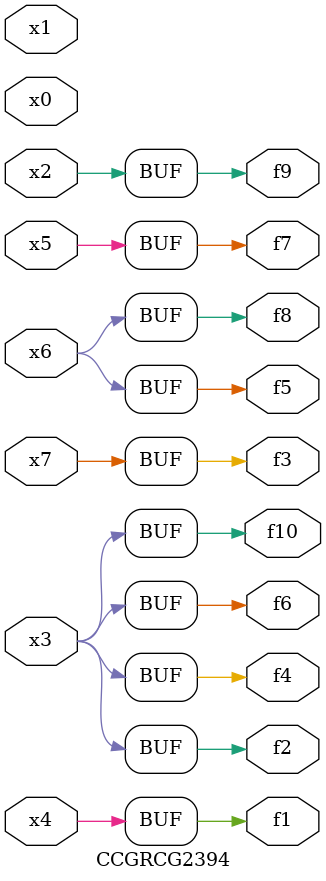
<source format=v>
module CCGRCG2394(
	input x0, x1, x2, x3, x4, x5, x6, x7,
	output f1, f2, f3, f4, f5, f6, f7, f8, f9, f10
);
	assign f1 = x4;
	assign f2 = x3;
	assign f3 = x7;
	assign f4 = x3;
	assign f5 = x6;
	assign f6 = x3;
	assign f7 = x5;
	assign f8 = x6;
	assign f9 = x2;
	assign f10 = x3;
endmodule

</source>
